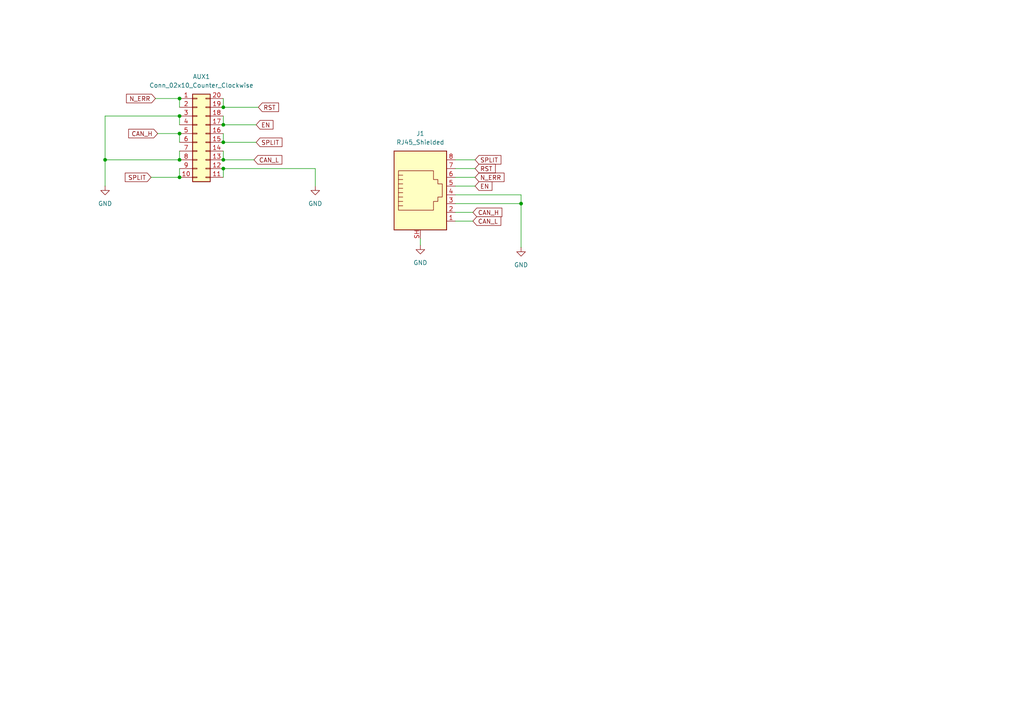
<source format=kicad_sch>
(kicad_sch (version 20231120) (generator "eeschema") (generator_version "8.0")
  (paper "A4")
  (lib_symbols
    (symbol "Connector:RJ45_Shielded" (pin_names (offset 1.016))
      (property "Reference" "J" (at -5.08 13.97 0))
      (property "Value" "RJ45_Shielded" (at 2.54 13.97 0))
      (symbol "RJ45_Shielded_0_1"
        (polyline (pts (xy -5.08 4.445) (xy -6.35 4.445)))
        (polyline (pts (xy -5.08 5.715) (xy -6.35 5.715)))
        (polyline (pts (xy -6.35 -3.175) (xy -5.08 -3.175) (xy -5.08 -3.175)))
        (polyline (pts (xy -6.35 -1.905) (xy -5.08 -1.905) (xy -5.08 -1.905)))
        (polyline (pts (xy -6.35 -0.635) (xy -5.08 -0.635) (xy -5.08 -0.635)))
        (polyline (pts (xy -6.35 0.635) (xy -5.08 0.635) (xy -5.08 0.635)))
        (polyline (pts (xy -6.35 1.905) (xy -5.08 1.905) (xy -5.08 1.905)))
        (polyline (pts (xy -5.08 3.175) (xy -6.35 3.175) (xy -6.35 3.175)))
        (polyline (pts (xy -6.35 -4.445) (xy -6.35 6.985) (xy 3.81 6.985) (xy 3.81 4.445) (xy 5.08 4.445) (xy 5.08 3.175) (xy 6.35 3.175) (xy 6.35 -0.635) (xy 5.08 -0.635) (xy 5.08 -1.905) (xy 3.81 -1.905) (xy 3.81 -4.445) (xy -6.35 -4.445) (xy -6.35 -4.445)))
        (rectangle (start 7.62 12.7) (end -7.62 -10.16) (stroke (width 0.254)) (fill (type background)))
      )
      (symbol "RJ45_Shielded_1_1"
        (pin passive line (at 10.16 -7.62 180) (length 2.54) (name "~") (number "1"))
        (pin passive line (at 10.16 -5.08 180) (length 2.54) (name "~") (number "2"))
        (pin passive line (at 10.16 -2.54 180) (length 2.54) (name "~") (number "3"))
        (pin passive line (at 10.16 0 180) (length 2.54) (name "~") (number "4"))
        (pin passive line (at 10.16 2.54 180) (length 2.54) (name "~") (number "5"))
        (pin passive line (at 10.16 5.08 180) (length 2.54) (name "~") (number "6"))
        (pin passive line (at 10.16 7.62 180) (length 2.54) (name "~") (number "7"))
        (pin passive line (at 10.16 10.16 180) (length 2.54) (name "~") (number "8"))
        (pin passive line (at 0 -12.7 90) (length 2.54) (name "~") (number "SH"))
      )
    )
    (symbol "Connector_Generic:Conn_02x10_Counter_Clockwise" (pin_names (offset 1.016) hide)
      (property "Reference" "J" (at 1.27 12.7 0))
      (property "Value" "Conn_02x10_Counter_Clockwise" (at 1.27 -15.24 0))
      (symbol "Conn_02x10_Counter_Clockwise_1_1"
        (rectangle (start -1.27 -12.573) (end 0 -12.827) (stroke (width 0.1524)))
        (rectangle (start -1.27 -10.033) (end 0 -10.287) (stroke (width 0.1524)))
        (rectangle (start -1.27 -7.493) (end 0 -7.747) (stroke (width 0.1524)))
        (rectangle (start -1.27 -4.953) (end 0 -5.207) (stroke (width 0.1524)))
        (rectangle (start -1.27 -2.413) (end 0 -2.667) (stroke (width 0.1524)))
        (rectangle (start -1.27 0.127) (end 0 -0.127) (stroke (width 0.1524)))
        (rectangle (start -1.27 2.667) (end 0 2.413) (stroke (width 0.1524)))
        (rectangle (start -1.27 5.207) (end 0 4.953) (stroke (width 0.1524)))
        (rectangle (start -1.27 7.747) (end 0 7.493) (stroke (width 0.1524)))
        (rectangle (start -1.27 10.287) (end 0 10.033) (stroke (width 0.1524)))
        (rectangle (start -1.27 11.43) (end 3.81 -13.97) (stroke (width 0.254)) (fill (type background)))
        (rectangle (start 3.81 -12.573) (end 2.54 -12.827) (stroke (width 0.1524)))
        (rectangle (start 3.81 -10.033) (end 2.54 -10.287) (stroke (width 0.1524)))
        (rectangle (start 3.81 -7.493) (end 2.54 -7.747) (stroke (width 0.1524)))
        (rectangle (start 3.81 -4.953) (end 2.54 -5.207) (stroke (width 0.1524)))
        (rectangle (start 3.81 -2.413) (end 2.54 -2.667) (stroke (width 0.1524)))
        (rectangle (start 3.81 0.127) (end 2.54 -0.127) (stroke (width 0.1524)))
        (rectangle (start 3.81 2.667) (end 2.54 2.413) (stroke (width 0.1524)))
        (rectangle (start 3.81 5.207) (end 2.54 4.953) (stroke (width 0.1524)))
        (rectangle (start 3.81 7.747) (end 2.54 7.493) (stroke (width 0.1524)))
        (rectangle (start 3.81 10.287) (end 2.54 10.033) (stroke (width 0.1524)))
        (pin passive line (at -5.08 10.16 0) (length 3.81) (name "Pin_1") (number "1"))
        (pin passive line (at -5.08 -12.7 0) (length 3.81) (name "Pin_10") (number "10"))
        (pin passive line (at 7.62 -12.7 180) (length 3.81) (name "Pin_11") (number "11"))
        (pin passive line (at 7.62 -10.16 180) (length 3.81) (name "Pin_12") (number "12"))
        (pin passive line (at 7.62 -7.62 180) (length 3.81) (name "Pin_13") (number "13"))
        (pin passive line (at 7.62 -5.08 180) (length 3.81) (name "Pin_14") (number "14"))
        (pin passive line (at 7.62 -2.54 180) (length 3.81) (name "Pin_15") (number "15"))
        (pin passive line (at 7.62 0 180) (length 3.81) (name "Pin_16") (number "16"))
        (pin passive line (at 7.62 2.54 180) (length 3.81) (name "Pin_17") (number "17"))
        (pin passive line (at 7.62 5.08 180) (length 3.81) (name "Pin_18") (number "18"))
        (pin passive line (at 7.62 7.62 180) (length 3.81) (name "Pin_19") (number "19"))
        (pin passive line (at -5.08 7.62 0) (length 3.81) (name "Pin_2") (number "2"))
        (pin passive line (at 7.62 10.16 180) (length 3.81) (name "Pin_20") (number "20"))
        (pin passive line (at -5.08 5.08 0) (length 3.81) (name "Pin_3") (number "3"))
        (pin passive line (at -5.08 2.54 0) (length 3.81) (name "Pin_4") (number "4"))
        (pin passive line (at -5.08 0 0) (length 3.81) (name "Pin_5") (number "5"))
        (pin passive line (at -5.08 -2.54 0) (length 3.81) (name "Pin_6") (number "6"))
        (pin passive line (at -5.08 -5.08 0) (length 3.81) (name "Pin_7") (number "7"))
        (pin passive line (at -5.08 -7.62 0) (length 3.81) (name "Pin_8") (number "8"))
        (pin passive line (at -5.08 -10.16 0) (length 3.81) (name "Pin_9") (number "9"))
      )
    )
    (symbol "power:GND" (power) (pin_numbers hide) (pin_names (offset 0) hide)
      (property "Value" "GND" (at 0 -3.81 0))
      (symbol "GND_0_1"
        (polyline (pts (xy 0 0) (xy 0 -1.27) (xy 1.27 -1.27) (xy 0 -2.54) (xy -1.27 -1.27) (xy 0 -1.27)))
      )
      (symbol "GND_1_1"
        (pin power_in line (at 0 0 270) (length 0) (name "~") (number "1"))
      )
    )
  )
  (junction (at 52.07 46.355))
  (junction (at 52.07 33.655))
  (junction (at 151.13 59.055))
  (junction (at 52.07 38.735))
  (junction (at 30.48 46.355))
  (junction (at 64.77 36.195))
  (junction (at 52.07 28.575))
  (junction (at 64.77 31.115))
  (junction (at 52.07 51.435))
  (junction (at 64.77 48.895))
  (junction (at 64.77 46.355))
  (junction (at 64.77 41.275))
  (wire (pts (xy 132.08 64.135) (xy 137.16 64.135)))
  (wire (pts (xy 121.92 69.215) (xy 121.92 71.12)))
  (wire (pts (xy 52.07 33.655) (xy 52.07 36.195)))
  (wire (pts (xy 64.77 48.895) (xy 91.44 48.895)))
  (wire (pts (xy 64.77 43.815) (xy 64.77 46.355)))
  (wire (pts (xy 151.13 56.515) (xy 132.08 56.515)))
  (wire (pts (xy 52.07 28.575) (xy 52.07 31.115)))
  (wire (pts (xy 64.77 48.895) (xy 64.77 51.435)))
  (wire (pts (xy 43.815 51.435) (xy 52.07 51.435)))
  (wire (pts (xy 64.77 46.355) (xy 73.66 46.355)))
  (wire (pts (xy 151.13 56.515) (xy 151.13 59.055)))
  (wire (pts (xy 30.48 46.355) (xy 52.07 46.355)))
  (wire (pts (xy 132.08 51.435) (xy 137.795 51.435)))
  (wire (pts (xy 64.77 41.275) (xy 74.295 41.275)))
  (wire (pts (xy 132.08 59.055) (xy 151.13 59.055)))
  (wire (pts (xy 64.77 31.115) (xy 74.93 31.115)))
  (wire (pts (xy 52.07 48.895) (xy 52.07 51.435)))
  (wire (pts (xy 132.08 61.595) (xy 137.16 61.595)))
  (wire (pts (xy 132.08 46.355) (xy 137.795 46.355)))
  (wire (pts (xy 52.07 38.735) (xy 52.07 41.275)))
  (wire (pts (xy 151.13 59.055) (xy 151.13 71.755)))
  (wire (pts (xy 45.72 38.735) (xy 52.07 38.735)))
  (wire (pts (xy 64.77 38.735) (xy 64.77 41.275)))
  (wire (pts (xy 132.08 53.975) (xy 137.795 53.975)))
  (wire (pts (xy 30.48 46.355) (xy 30.48 53.975)))
  (wire (pts (xy 45.085 28.575) (xy 52.07 28.575)))
  (wire (pts (xy 64.77 28.575) (xy 64.77 31.115)))
  (wire (pts (xy 91.44 48.895) (xy 91.44 53.975)))
  (wire (pts (xy 64.77 33.655) (xy 64.77 36.195)))
  (wire (pts (xy 132.08 48.895) (xy 137.795 48.895)))
  (wire (pts (xy 30.48 33.655) (xy 30.48 46.355)))
  (wire (pts (xy 52.07 43.815) (xy 52.07 46.355)))
  (wire (pts (xy 30.48 33.655) (xy 52.07 33.655)))
  (wire (pts (xy 64.77 36.195) (xy 74.295 36.195)))
  (global_label "SPLIT" (shape input) (at 137.795 46.355 0) (property "Intersheetrefs" "${INTERSHEET_REFS}" (effects (hide yes))))
  (global_label "SPLIT" (shape input) (at 74.295 41.275 0) (property "Intersheetrefs" "${INTERSHEET_REFS}" (effects (hide yes))))
  (global_label "CAN_L" (shape input) (at 137.16 64.135 0) (property "Intersheetrefs" "${INTERSHEET_REFS}" (effects (hide yes))))
  (global_label "EN" (shape input) (at 137.795 53.975 0) (property "Intersheetrefs" "${INTERSHEET_REFS}" (effects (hide yes))))
  (global_label "CAN_H" (shape input) (at 137.16 61.595 0) (property "Intersheetrefs" "${INTERSHEET_REFS}" (effects (hide yes))))
  (global_label "RST" (shape input) (at 137.795 48.895 0) (property "Intersheetrefs" "${INTERSHEET_REFS}" (effects (hide yes))))
  (global_label "N_ERR" (shape input) (at 137.795 51.435 0) (property "Intersheetrefs" "${INTERSHEET_REFS}" (effects (hide yes))))
  (global_label "CAN_L" (shape input) (at 73.66 46.355 0) (property "Intersheetrefs" "${INTERSHEET_REFS}" (effects (hide yes))))
  (global_label "SPLIT" (shape input) (at 43.815 51.435 180) (property "Intersheetrefs" "${INTERSHEET_REFS}" (effects (hide yes))))
  (global_label "N_ERR" (shape input) (at 45.085 28.575 180) (property "Intersheetrefs" "${INTERSHEET_REFS}" (effects (hide yes))))
  (global_label "RST" (shape input) (at 74.93 31.115 0) (property "Intersheetrefs" "${INTERSHEET_REFS}" (effects (hide yes))))
  (global_label "CAN_H" (shape input) (at 45.72 38.735 180) (property "Intersheetrefs" "${INTERSHEET_REFS}" (effects (hide yes))))
  (global_label "EN" (shape input) (at 74.295 36.195 0) (property "Intersheetrefs" "${INTERSHEET_REFS}" (effects (hide yes))))
  (symbol (lib_id "power:GND") (at 30.48 53.975 0) (unit 1)
    (property "Reference" "#PWR01" (effects (hide yes)))
    (property "Value" "GND" (at 30.48 59.055 0))
    (property "Description" "Power symbol creates a global label with name \"GND\" , ground" (effects (hide yes)))
  )
  (symbol (lib_id "power:GND") (at 91.44 53.975 0) (unit 1)
    (property "Reference" "#PWR02" (effects (hide yes)))
    (property "Value" "GND" (at 91.44 59.055 0))
    (property "Description" "Power symbol creates a global label with name \"GND\" , ground" (effects (hide yes)))
  )
  (symbol (lib_id "Connector_Generic:Conn_02x10_Counter_Clockwise") (at 57.15 38.735 0) (unit 1)
    (property "Reference" "AUX1" (at 58.42 22.225 0))
    (property "Value" "Conn_02x10_Counter_Clockwise" (at 58.42 24.765 0))
    (property "Footprint" "Connector_IDC:IDC-Header_2x10_P2.54mm_Vertical" (effects (hide yes)))
    (property "Description" "Generic connector, double row, 02x10, counter clockwise pin numbering scheme (similar to DIP package numbering), script generated (kicad-library-utils/schlib/autogen/connector/)" (effects (hide yes)))
  )
  (symbol (lib_id "Connector:RJ45_Shielded") (at 121.92 56.515 0) (unit 1)
    (property "Reference" "J1" (at 121.92 38.735 0))
    (property "Value" "RJ45_Shielded" (at 121.92 41.275 0))
    (property "Footprint" "Connector_RJ:RJ45_HALO_HFJ11-x2450HRL_Horizontal" (effects (hide yes)))
    (property "Description" "RJ connector, 8P8C (8 positions 8 connected), Shielded" (effects (hide yes)))
  )
  (symbol (lib_id "power:GND") (at 151.13 71.755 0) (unit 1)
    (property "Reference" "#PWR04" (effects (hide yes)))
    (property "Value" "GND" (at 151.13 76.835 0))
    (property "Description" "Power symbol creates a global label with name \"GND\" , ground" (effects (hide yes)))
  )
  (symbol (lib_id "power:GND") (at 121.92 71.12 0) (unit 1)
    (property "Reference" "#PWR03" (effects (hide yes)))
    (property "Value" "GND" (at 121.92 76.2 0))
    (property "Description" "Power symbol creates a global label with name \"GND\" , ground" (effects (hide yes)))
  )
)
</source>
